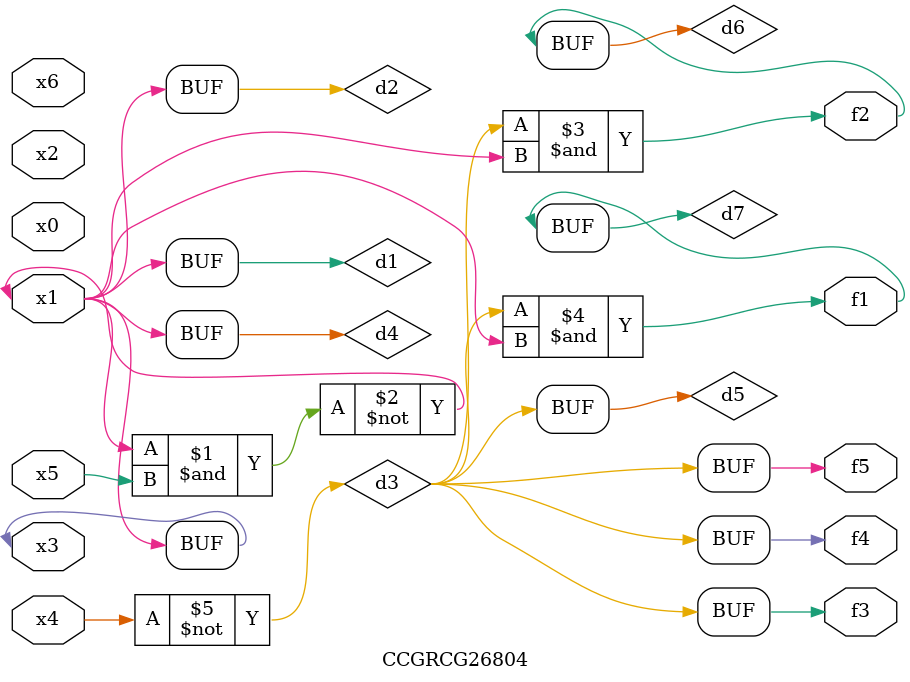
<source format=v>
module CCGRCG26804(
	input x0, x1, x2, x3, x4, x5, x6,
	output f1, f2, f3, f4, f5
);

	wire d1, d2, d3, d4, d5, d6, d7;

	buf (d1, x1, x3);
	nand (d2, x1, x5);
	not (d3, x4);
	buf (d4, d1, d2);
	buf (d5, d3);
	and (d6, d3, d4);
	and (d7, d3, d4);
	assign f1 = d7;
	assign f2 = d6;
	assign f3 = d5;
	assign f4 = d5;
	assign f5 = d5;
endmodule

</source>
